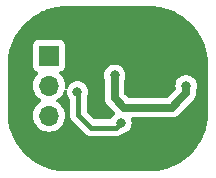
<source format=gbr>
%TF.GenerationSoftware,KiCad,Pcbnew,7.0.9*%
%TF.CreationDate,2024-07-21T15:20:36+08:00*%
%TF.ProjectId,DC-DC boost,44432d44-4320-4626-9f6f-73742e6b6963,rev?*%
%TF.SameCoordinates,Original*%
%TF.FileFunction,Copper,L2,Bot*%
%TF.FilePolarity,Positive*%
%FSLAX46Y46*%
G04 Gerber Fmt 4.6, Leading zero omitted, Abs format (unit mm)*
G04 Created by KiCad (PCBNEW 7.0.9) date 2024-07-21 15:20:36*
%MOMM*%
%LPD*%
G01*
G04 APERTURE LIST*
%TA.AperFunction,ComponentPad*%
%ADD10R,1.700000X1.700000*%
%TD*%
%TA.AperFunction,ComponentPad*%
%ADD11O,1.700000X1.700000*%
%TD*%
%TA.AperFunction,ViaPad*%
%ADD12C,0.800000*%
%TD*%
%TA.AperFunction,Conductor*%
%ADD13C,0.650000*%
%TD*%
%TA.AperFunction,Conductor*%
%ADD14C,0.400000*%
%TD*%
G04 APERTURE END LIST*
D10*
%TO.P,J1,1,Pin_1*%
%TO.N,Net-(J1-Pin_1)*%
X118500000Y-84200000D03*
D11*
%TO.P,J1,2,Pin_2*%
%TO.N,Net-(J1-Pin_2)*%
X118500000Y-86740000D03*
%TO.P,J1,3,Pin_3*%
%TO.N,Net-(J1-Pin_3)*%
X118500000Y-89280000D03*
%TD*%
D12*
%TO.N,Net-(J1-Pin_1)*%
X124075000Y-85875000D03*
X130125000Y-86750000D03*
%TO.N,Net-(J1-Pin_2)*%
X124600000Y-89900000D03*
X120925000Y-87275000D03*
%TD*%
D13*
%TO.N,Net-(J1-Pin_1)*%
X124075000Y-87800000D02*
X124875000Y-88600000D01*
X124875000Y-88600000D02*
X128900000Y-88600000D01*
X128900000Y-88600000D02*
X129550000Y-87950000D01*
X129550000Y-87950000D02*
X130125000Y-87375000D01*
X130125000Y-87375000D02*
X130125000Y-86750000D01*
X124075000Y-85875000D02*
X124075000Y-87800000D01*
D14*
%TO.N,Net-(J1-Pin_2)*%
X122100000Y-90300000D02*
X124200000Y-90300000D01*
X121000000Y-89200000D02*
X122100000Y-90300000D01*
X124200000Y-90300000D02*
X124600000Y-89900000D01*
X121000000Y-87350000D02*
X121000000Y-89200000D01*
X120925000Y-87275000D02*
X121000000Y-87350000D01*
%TD*%
%TA.AperFunction,NonConductor*%
G36*
X127217529Y-80009497D02*
G01*
X127381276Y-80016647D01*
X127405152Y-80018735D01*
X127462178Y-80023724D01*
X127636888Y-80045501D01*
X127729644Y-80057713D01*
X127814127Y-80068835D01*
X127873690Y-80079338D01*
X128054283Y-80117204D01*
X128120702Y-80131929D01*
X128240834Y-80158562D01*
X128276161Y-80168028D01*
X128464559Y-80224117D01*
X128546869Y-80250069D01*
X128658079Y-80285134D01*
X128665343Y-80287779D01*
X128699095Y-80300948D01*
X128864522Y-80365498D01*
X129052748Y-80443465D01*
X129052755Y-80443468D01*
X129056234Y-80445036D01*
X129250991Y-80540247D01*
X129432026Y-80634488D01*
X129435116Y-80636212D01*
X129515681Y-80684217D01*
X129621387Y-80747205D01*
X129698886Y-80796577D01*
X129793657Y-80856953D01*
X129796362Y-80858778D01*
X129946354Y-80965871D01*
X129972911Y-80984832D01*
X130135099Y-81109283D01*
X130137427Y-81111160D01*
X130303061Y-81251444D01*
X130454894Y-81390573D01*
X130609423Y-81545102D01*
X130744639Y-81692664D01*
X130748556Y-81696939D01*
X130888841Y-81862574D01*
X130890704Y-81864884D01*
X131015169Y-82027091D01*
X131141217Y-82203632D01*
X131143036Y-82206327D01*
X131252802Y-82378625D01*
X131363787Y-82564882D01*
X131365518Y-82567987D01*
X131419834Y-82672328D01*
X131459759Y-82749022D01*
X131554946Y-82943731D01*
X131556526Y-82947235D01*
X131634532Y-83135556D01*
X131712211Y-83334630D01*
X131714867Y-83341927D01*
X131751403Y-83457806D01*
X131775908Y-83535527D01*
X131831960Y-83723801D01*
X131841436Y-83759164D01*
X131882821Y-83945841D01*
X131920659Y-84126298D01*
X131931161Y-84185856D01*
X131954524Y-84363326D01*
X131976271Y-84537783D01*
X131983352Y-84618723D01*
X131990520Y-84782894D01*
X131999500Y-85000000D01*
X131999500Y-88999999D01*
X131990520Y-89217094D01*
X131983352Y-89381277D01*
X131976270Y-89462219D01*
X131954527Y-89636656D01*
X131931161Y-89814143D01*
X131920658Y-89873707D01*
X131882825Y-90054139D01*
X131841436Y-90240836D01*
X131831957Y-90276207D01*
X131775914Y-90464454D01*
X131714867Y-90658072D01*
X131713877Y-90660789D01*
X131712208Y-90665376D01*
X131634538Y-90864425D01*
X131556521Y-91052775D01*
X131554941Y-91056280D01*
X131459766Y-91250960D01*
X131365517Y-91432012D01*
X131363783Y-91435121D01*
X131252811Y-91621359D01*
X131143039Y-91793667D01*
X131141207Y-91796382D01*
X131015181Y-91972892D01*
X130890696Y-92135125D01*
X130888819Y-92137452D01*
X130748567Y-92303047D01*
X130609414Y-92454907D01*
X130454907Y-92609414D01*
X130303047Y-92748567D01*
X130137452Y-92888819D01*
X130135125Y-92890696D01*
X129972892Y-93015181D01*
X129796382Y-93141207D01*
X129793667Y-93143039D01*
X129621359Y-93252811D01*
X129435121Y-93363783D01*
X129432012Y-93365517D01*
X129250960Y-93459766D01*
X129056280Y-93554941D01*
X129052775Y-93556521D01*
X128864425Y-93634538D01*
X128665376Y-93712208D01*
X128660789Y-93713877D01*
X128658072Y-93714867D01*
X128547567Y-93749708D01*
X128464454Y-93775914D01*
X128276207Y-93831957D01*
X128240836Y-93841436D01*
X128054139Y-93882825D01*
X127873707Y-93920658D01*
X127814143Y-93931161D01*
X127636656Y-93954527D01*
X127462219Y-93976270D01*
X127389593Y-93982624D01*
X127381276Y-93983352D01*
X127373049Y-93983711D01*
X127217094Y-93990520D01*
X126999999Y-93999500D01*
X120000000Y-93999500D01*
X119782894Y-93990520D01*
X119618723Y-93983352D01*
X119537783Y-93976271D01*
X119363326Y-93954524D01*
X119228145Y-93936728D01*
X119185858Y-93931161D01*
X119155790Y-93925859D01*
X119126293Y-93920658D01*
X118945841Y-93882821D01*
X118759164Y-93841436D01*
X118723801Y-93831960D01*
X118535527Y-93775908D01*
X118457806Y-93751403D01*
X118341927Y-93714867D01*
X118334630Y-93712211D01*
X118135556Y-93634532D01*
X117947235Y-93556526D01*
X117943731Y-93554946D01*
X117749022Y-93459759D01*
X117567992Y-93365521D01*
X117564882Y-93363787D01*
X117378625Y-93252802D01*
X117206327Y-93143036D01*
X117203632Y-93141217D01*
X117027091Y-93015169D01*
X116864884Y-92890704D01*
X116862574Y-92888841D01*
X116696939Y-92748556D01*
X116692664Y-92744639D01*
X116545102Y-92609423D01*
X116390574Y-92454895D01*
X116251444Y-92303061D01*
X116111160Y-92137427D01*
X116109283Y-92135099D01*
X115984832Y-91972911D01*
X115938600Y-91908159D01*
X115858778Y-91796362D01*
X115856953Y-91793657D01*
X115856430Y-91792836D01*
X115747194Y-91621369D01*
X115636212Y-91435116D01*
X115634488Y-91432026D01*
X115540248Y-91250993D01*
X115445036Y-91056234D01*
X115443468Y-91052755D01*
X115365498Y-90864522D01*
X115300948Y-90699095D01*
X115287779Y-90665343D01*
X115285134Y-90658079D01*
X115224115Y-90464553D01*
X115168028Y-90276161D01*
X115158562Y-90240834D01*
X115117206Y-90054291D01*
X115079338Y-89873690D01*
X115068835Y-89814122D01*
X115045487Y-89636770D01*
X115023725Y-89462186D01*
X115016647Y-89381276D01*
X115012225Y-89280000D01*
X117144341Y-89280000D01*
X117164936Y-89515403D01*
X117164938Y-89515413D01*
X117226094Y-89743655D01*
X117226096Y-89743659D01*
X117226097Y-89743663D01*
X117263042Y-89822891D01*
X117325965Y-89957830D01*
X117325967Y-89957834D01*
X117374438Y-90027057D01*
X117461505Y-90151401D01*
X117628599Y-90318495D01*
X117725384Y-90386265D01*
X117822165Y-90454032D01*
X117822167Y-90454033D01*
X117822170Y-90454035D01*
X118036337Y-90553903D01*
X118264592Y-90615063D01*
X118452918Y-90631539D01*
X118499999Y-90635659D01*
X118500000Y-90635659D01*
X118500001Y-90635659D01*
X118539234Y-90632226D01*
X118735408Y-90615063D01*
X118963663Y-90553903D01*
X119177830Y-90454035D01*
X119371401Y-90318495D01*
X119538495Y-90151401D01*
X119674035Y-89957830D01*
X119773903Y-89743663D01*
X119835063Y-89515408D01*
X119855659Y-89280000D01*
X119835063Y-89044592D01*
X119773903Y-88816337D01*
X119674035Y-88602171D01*
X119559933Y-88439215D01*
X119538494Y-88408597D01*
X119371402Y-88241506D01*
X119371396Y-88241501D01*
X119185842Y-88111575D01*
X119142217Y-88056998D01*
X119135023Y-87987500D01*
X119166546Y-87925145D01*
X119185842Y-87908425D01*
X119221490Y-87883464D01*
X119371401Y-87778495D01*
X119538495Y-87611401D01*
X119674035Y-87417830D01*
X119773903Y-87203663D01*
X119782629Y-87171094D01*
X119818991Y-87111436D01*
X119881837Y-87080904D01*
X119951213Y-87089197D01*
X120005092Y-87133681D01*
X120026369Y-87200232D01*
X120025725Y-87216147D01*
X120019540Y-87274999D01*
X120019540Y-87275000D01*
X120039326Y-87463256D01*
X120039327Y-87463259D01*
X120097818Y-87643277D01*
X120097821Y-87643284D01*
X120192467Y-87807216D01*
X120206220Y-87822490D01*
X120267650Y-87890715D01*
X120297880Y-87953706D01*
X120299500Y-87973687D01*
X120299500Y-89176951D01*
X120299387Y-89180696D01*
X120295642Y-89242603D01*
X120295642Y-89242605D01*
X120306821Y-89303612D01*
X120307384Y-89307313D01*
X120314859Y-89368870D01*
X120314860Y-89368874D01*
X120318451Y-89378343D01*
X120324474Y-89399946D01*
X120326304Y-89409930D01*
X120351759Y-89466490D01*
X120353189Y-89469941D01*
X120375182Y-89527930D01*
X120375183Y-89527931D01*
X120380936Y-89536266D01*
X120391961Y-89555813D01*
X120396120Y-89565055D01*
X120396124Y-89565060D01*
X120434371Y-89613878D01*
X120436588Y-89616892D01*
X120439963Y-89621781D01*
X120471812Y-89667924D01*
X120471816Y-89667928D01*
X120471817Y-89667929D01*
X120518250Y-89709064D01*
X120520941Y-89711598D01*
X121588399Y-90779056D01*
X121590935Y-90781750D01*
X121624180Y-90819276D01*
X121632070Y-90828182D01*
X121683106Y-90863410D01*
X121686122Y-90865630D01*
X121712490Y-90886287D01*
X121734943Y-90903878D01*
X121741845Y-90906984D01*
X121744182Y-90908036D01*
X121763733Y-90919063D01*
X121772070Y-90924818D01*
X121830065Y-90946812D01*
X121833474Y-90948223D01*
X121880787Y-90969517D01*
X121890064Y-90973693D01*
X121890065Y-90973693D01*
X121890069Y-90973695D01*
X121900034Y-90975521D01*
X121921656Y-90981548D01*
X121921667Y-90981552D01*
X121931128Y-90985140D01*
X121976251Y-90990618D01*
X121992674Y-90992613D01*
X121996371Y-90993175D01*
X122057394Y-91004358D01*
X122112752Y-91001009D01*
X122119303Y-91000613D01*
X122123048Y-91000500D01*
X124176952Y-91000500D01*
X124180697Y-91000613D01*
X124188042Y-91001057D01*
X124242606Y-91004358D01*
X124280314Y-90997447D01*
X124303621Y-90993177D01*
X124307325Y-90992613D01*
X124325170Y-90990446D01*
X124368872Y-90985140D01*
X124378335Y-90981550D01*
X124399961Y-90975522D01*
X124400893Y-90975351D01*
X124409932Y-90973695D01*
X124466512Y-90948229D01*
X124469942Y-90946809D01*
X124527930Y-90924818D01*
X124536266Y-90919062D01*
X124555821Y-90908034D01*
X124565057Y-90903878D01*
X124613896Y-90865613D01*
X124616876Y-90863421D01*
X124667929Y-90828183D01*
X124667936Y-90828174D01*
X124673543Y-90823209D01*
X124675247Y-90825132D01*
X124724039Y-90794522D01*
X124731893Y-90792582D01*
X124879803Y-90761144D01*
X125052730Y-90684151D01*
X125205871Y-90572888D01*
X125332533Y-90432216D01*
X125427179Y-90268284D01*
X125485674Y-90088256D01*
X125505460Y-89900000D01*
X125485674Y-89711744D01*
X125453875Y-89613878D01*
X125445408Y-89587818D01*
X125443413Y-89517977D01*
X125479493Y-89458144D01*
X125542194Y-89427316D01*
X125563339Y-89425500D01*
X128863924Y-89425500D01*
X128868958Y-89425705D01*
X128922481Y-89430063D01*
X128922482Y-89430062D01*
X128922485Y-89430063D01*
X129000358Y-89419453D01*
X129078505Y-89410954D01*
X129078508Y-89410953D01*
X129082010Y-89410182D01*
X129096864Y-89406701D01*
X129100386Y-89405824D01*
X129100400Y-89405823D01*
X129174180Y-89378717D01*
X129248662Y-89353622D01*
X129248670Y-89353616D01*
X129251895Y-89352125D01*
X129265796Y-89345463D01*
X129268930Y-89343908D01*
X129268942Y-89343904D01*
X129335170Y-89301571D01*
X129402517Y-89261050D01*
X129402522Y-89261044D01*
X129405329Y-89258911D01*
X129417472Y-89249418D01*
X129420224Y-89247205D01*
X129420233Y-89247200D01*
X129448016Y-89219415D01*
X129475800Y-89191633D01*
X129505154Y-89163826D01*
X129532875Y-89137569D01*
X129532879Y-89137562D01*
X129535126Y-89134917D01*
X129547551Y-89119880D01*
X130165367Y-88502066D01*
X130683211Y-87984220D01*
X130686891Y-87980827D01*
X130727843Y-87946044D01*
X130775415Y-87883464D01*
X130824653Y-87822209D01*
X130824657Y-87822199D01*
X130826550Y-87819240D01*
X130834705Y-87806093D01*
X130836504Y-87803103D01*
X130836504Y-87803102D01*
X130836507Y-87803099D01*
X130869508Y-87731767D01*
X130904433Y-87661350D01*
X130904433Y-87661346D01*
X130904436Y-87661342D01*
X130905643Y-87658055D01*
X130910759Y-87643525D01*
X130911897Y-87640146D01*
X130911901Y-87640138D01*
X130928796Y-87563378D01*
X130947766Y-87487100D01*
X130947766Y-87487097D01*
X130948240Y-87483619D01*
X130950116Y-87468300D01*
X130950498Y-87464784D01*
X130950500Y-87464779D01*
X130950500Y-87386188D01*
X130952629Y-87307608D01*
X130952628Y-87307605D01*
X130952354Y-87304235D01*
X130950500Y-87284724D01*
X130950500Y-87143091D01*
X130956569Y-87104773D01*
X130962428Y-87086740D01*
X131010674Y-86938256D01*
X131030460Y-86750000D01*
X131010674Y-86561744D01*
X130952179Y-86381716D01*
X130857533Y-86217784D01*
X130730871Y-86077112D01*
X130711800Y-86063256D01*
X130577734Y-85965851D01*
X130577729Y-85965848D01*
X130404807Y-85888857D01*
X130404802Y-85888855D01*
X130259001Y-85857865D01*
X130219646Y-85849500D01*
X130030354Y-85849500D01*
X129997897Y-85856398D01*
X129845197Y-85888855D01*
X129845192Y-85888857D01*
X129672270Y-85965848D01*
X129672265Y-85965851D01*
X129519129Y-86077111D01*
X129392466Y-86217785D01*
X129297821Y-86381715D01*
X129297818Y-86381722D01*
X129239327Y-86561740D01*
X129239326Y-86561744D01*
X129219540Y-86750000D01*
X129239326Y-86938256D01*
X129239326Y-86938258D01*
X129239327Y-86938260D01*
X129253852Y-86982965D01*
X129255847Y-87052806D01*
X129223602Y-87108963D01*
X128934633Y-87397933D01*
X128594385Y-87738181D01*
X128533062Y-87771666D01*
X128506704Y-87774500D01*
X125268295Y-87774500D01*
X125201256Y-87754815D01*
X125180614Y-87738181D01*
X124936819Y-87494385D01*
X124903334Y-87433062D01*
X124900500Y-87406704D01*
X124900500Y-86268091D01*
X124906569Y-86229773D01*
X124910464Y-86217785D01*
X124960674Y-86063256D01*
X124980460Y-85875000D01*
X124960674Y-85686744D01*
X124902179Y-85506716D01*
X124807533Y-85342784D01*
X124680871Y-85202112D01*
X124680870Y-85202111D01*
X124527734Y-85090851D01*
X124527729Y-85090848D01*
X124354807Y-85013857D01*
X124354802Y-85013855D01*
X124209001Y-84982865D01*
X124169646Y-84974500D01*
X123980354Y-84974500D01*
X123947897Y-84981398D01*
X123795197Y-85013855D01*
X123795192Y-85013857D01*
X123622270Y-85090848D01*
X123622265Y-85090851D01*
X123469129Y-85202111D01*
X123342466Y-85342785D01*
X123247821Y-85506715D01*
X123247818Y-85506722D01*
X123189327Y-85686740D01*
X123189326Y-85686744D01*
X123169540Y-85875000D01*
X123189326Y-86063256D01*
X123239536Y-86217785D01*
X123243431Y-86229773D01*
X123249500Y-86268091D01*
X123249500Y-87763923D01*
X123249295Y-87768957D01*
X123244936Y-87822481D01*
X123244937Y-87822490D01*
X123255545Y-87900358D01*
X123264045Y-87978500D01*
X123264779Y-87981832D01*
X123268354Y-87997090D01*
X123269177Y-88000402D01*
X123296282Y-88074180D01*
X123321375Y-88148656D01*
X123322813Y-88151765D01*
X123329597Y-88165922D01*
X123331095Y-88168942D01*
X123373428Y-88235170D01*
X123413950Y-88302517D01*
X123413952Y-88302519D01*
X123413955Y-88302524D01*
X123415989Y-88305200D01*
X123425677Y-88317592D01*
X123427801Y-88320234D01*
X123483366Y-88375800D01*
X123510398Y-88404337D01*
X123537431Y-88432875D01*
X123537436Y-88432878D01*
X123540095Y-88435137D01*
X123555119Y-88447552D01*
X124088711Y-88981144D01*
X124122196Y-89042467D01*
X124117212Y-89112159D01*
X124075340Y-89168092D01*
X124073916Y-89169143D01*
X123994127Y-89227113D01*
X123867465Y-89367785D01*
X123769571Y-89537344D01*
X123766925Y-89535816D01*
X123730397Y-89579006D01*
X123663598Y-89599491D01*
X123662115Y-89599500D01*
X122441519Y-89599500D01*
X122374480Y-89579815D01*
X122353838Y-89563181D01*
X121736819Y-88946162D01*
X121703334Y-88884839D01*
X121700500Y-88858481D01*
X121700500Y-87766019D01*
X121717113Y-87704019D01*
X121752179Y-87643284D01*
X121810674Y-87463256D01*
X121830460Y-87275000D01*
X121810674Y-87086744D01*
X121752179Y-86906716D01*
X121657533Y-86742784D01*
X121530871Y-86602112D01*
X121530870Y-86602111D01*
X121377734Y-86490851D01*
X121377729Y-86490848D01*
X121204807Y-86413857D01*
X121204802Y-86413855D01*
X121053590Y-86381715D01*
X121019646Y-86374500D01*
X120830354Y-86374500D01*
X120797897Y-86381398D01*
X120645197Y-86413855D01*
X120645192Y-86413857D01*
X120472270Y-86490848D01*
X120472265Y-86490851D01*
X120319129Y-86602111D01*
X120192466Y-86742785D01*
X120097821Y-86906715D01*
X120097816Y-86906726D01*
X120082778Y-86953008D01*
X120043340Y-87010683D01*
X119978981Y-87037880D01*
X119910134Y-87025964D01*
X119858659Y-86978719D01*
X119840899Y-86911145D01*
X119841317Y-86903914D01*
X119855659Y-86740000D01*
X119835063Y-86504592D01*
X119773903Y-86276337D01*
X119674035Y-86062171D01*
X119606591Y-85965851D01*
X119538496Y-85868600D01*
X119519396Y-85849500D01*
X119416567Y-85746671D01*
X119383084Y-85685351D01*
X119388068Y-85615659D01*
X119429939Y-85559725D01*
X119460915Y-85542810D01*
X119592331Y-85493796D01*
X119707546Y-85407546D01*
X119793796Y-85292331D01*
X119844091Y-85157483D01*
X119850500Y-85097873D01*
X119850499Y-83302128D01*
X119844091Y-83242517D01*
X119793796Y-83107669D01*
X119793795Y-83107668D01*
X119793793Y-83107664D01*
X119707547Y-82992455D01*
X119707544Y-82992452D01*
X119592335Y-82906206D01*
X119592328Y-82906202D01*
X119457482Y-82855908D01*
X119457483Y-82855908D01*
X119397883Y-82849501D01*
X119397881Y-82849500D01*
X119397873Y-82849500D01*
X119397864Y-82849500D01*
X117602129Y-82849500D01*
X117602123Y-82849501D01*
X117542516Y-82855908D01*
X117407671Y-82906202D01*
X117407664Y-82906206D01*
X117292455Y-82992452D01*
X117292452Y-82992455D01*
X117206206Y-83107664D01*
X117206202Y-83107671D01*
X117155908Y-83242517D01*
X117149501Y-83302116D01*
X117149501Y-83302123D01*
X117149500Y-83302135D01*
X117149500Y-85097870D01*
X117149501Y-85097876D01*
X117155908Y-85157483D01*
X117206202Y-85292328D01*
X117206206Y-85292335D01*
X117292452Y-85407544D01*
X117292455Y-85407547D01*
X117407664Y-85493793D01*
X117407671Y-85493797D01*
X117539081Y-85542810D01*
X117595015Y-85584681D01*
X117619432Y-85650145D01*
X117604580Y-85718418D01*
X117583430Y-85746673D01*
X117461503Y-85868600D01*
X117325965Y-86062169D01*
X117325964Y-86062171D01*
X117226098Y-86276335D01*
X117226094Y-86276344D01*
X117164938Y-86504586D01*
X117164936Y-86504596D01*
X117144341Y-86739999D01*
X117144341Y-86740000D01*
X117164936Y-86975403D01*
X117164938Y-86975413D01*
X117226094Y-87203655D01*
X117226096Y-87203659D01*
X117226097Y-87203663D01*
X117311210Y-87386187D01*
X117325965Y-87417830D01*
X117325967Y-87417834D01*
X117461501Y-87611395D01*
X117461506Y-87611402D01*
X117628597Y-87778493D01*
X117628603Y-87778498D01*
X117814158Y-87908425D01*
X117857783Y-87963002D01*
X117864977Y-88032500D01*
X117833454Y-88094855D01*
X117814158Y-88111575D01*
X117628597Y-88241505D01*
X117461505Y-88408597D01*
X117325965Y-88602169D01*
X117325964Y-88602171D01*
X117226098Y-88816335D01*
X117226094Y-88816344D01*
X117164938Y-89044586D01*
X117164936Y-89044596D01*
X117144341Y-89279999D01*
X117144341Y-89280000D01*
X115012225Y-89280000D01*
X115009489Y-89217342D01*
X115007973Y-89180696D01*
X115000500Y-89000000D01*
X115000500Y-88999500D01*
X115000500Y-85000000D01*
X115009491Y-84782602D01*
X115016647Y-84618723D01*
X115023725Y-84537809D01*
X115045510Y-84363040D01*
X115068838Y-84185857D01*
X115068838Y-84185856D01*
X115079335Y-84126323D01*
X115117209Y-83945691D01*
X115158563Y-83759163D01*
X115168030Y-83723834D01*
X115224108Y-83535470D01*
X115285130Y-83341934D01*
X115286574Y-83337963D01*
X115287773Y-83334670D01*
X115365495Y-83135483D01*
X115381473Y-83096909D01*
X115443475Y-82947226D01*
X115445021Y-82943796D01*
X115540282Y-82748937D01*
X115634513Y-82567923D01*
X115636178Y-82564939D01*
X115747213Y-82378598D01*
X115856947Y-82206349D01*
X115858743Y-82203687D01*
X115984851Y-82027061D01*
X116022122Y-81978488D01*
X116109297Y-81864879D01*
X116111109Y-81862632D01*
X116251465Y-81696913D01*
X116257363Y-81690476D01*
X116390541Y-81545137D01*
X116545127Y-81390551D01*
X116696913Y-81251465D01*
X116862631Y-81111109D01*
X116864876Y-81109300D01*
X117027054Y-80984856D01*
X117203687Y-80858742D01*
X117206339Y-80856953D01*
X117244707Y-80832510D01*
X117378601Y-80747212D01*
X117378628Y-80747196D01*
X117564939Y-80636178D01*
X117567944Y-80634502D01*
X117748969Y-80540266D01*
X117943796Y-80445021D01*
X117947226Y-80443475D01*
X118096909Y-80381473D01*
X118135483Y-80365495D01*
X118334690Y-80287765D01*
X118337963Y-80286574D01*
X118341934Y-80285130D01*
X118535447Y-80224115D01*
X118634880Y-80194512D01*
X118723834Y-80168030D01*
X118738462Y-80164109D01*
X118759175Y-80158559D01*
X118866670Y-80134728D01*
X118945662Y-80117215D01*
X119126346Y-80079330D01*
X119185858Y-80068837D01*
X119324658Y-80050563D01*
X119363039Y-80045510D01*
X119537826Y-80023723D01*
X119596378Y-80018601D01*
X119618722Y-80016647D01*
X119708748Y-80012715D01*
X119782277Y-80009505D01*
X120000000Y-80000500D01*
X120000500Y-80000500D01*
X126999500Y-80000500D01*
X127000000Y-80000500D01*
X127217529Y-80009497D01*
G37*
%TD.AperFunction*%
M02*

</source>
